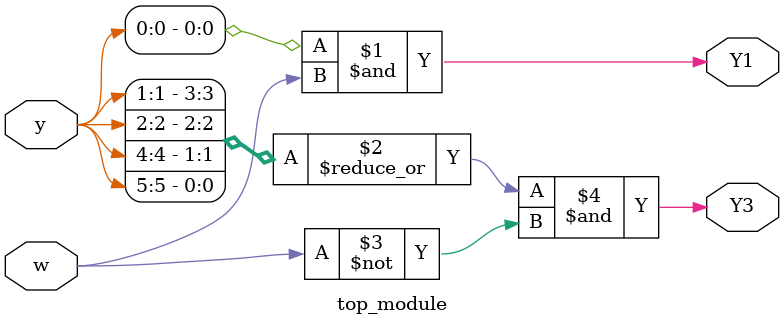
<source format=v>
module top_module (
    input [5:0] y,
    input w,
    output Y1,
    output Y3
);
    assign Y1 = y[0] & w;
    assign Y3 = |{y[1], y[2], y[4], y[5]} & ~w;
endmodule

</source>
